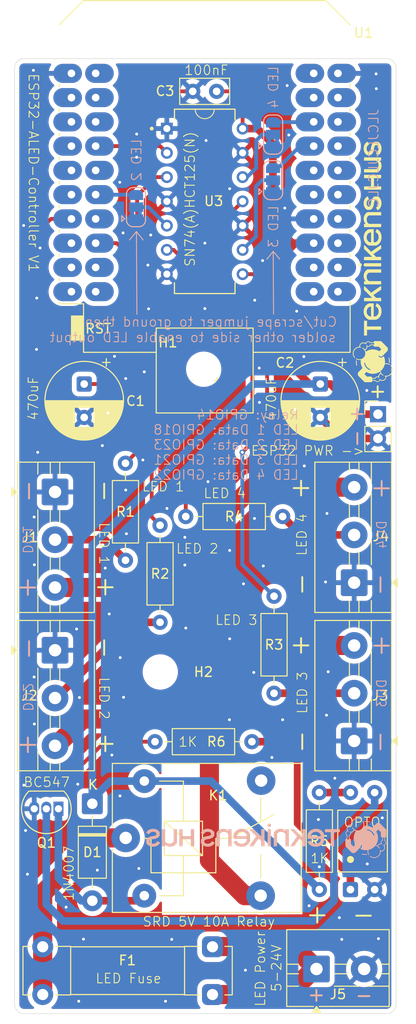
<source format=kicad_pcb>
(kicad_pcb (version 20241229) (generator "pcbnew") (generator_version "9.0")
  (title_block (title "ESP32-ALED-Controller") (date "2025-11-14") (rev "V1") (company "Teknikens Hus"))
  (layers (0 "F.Cu" signal) (2 "B.Cu" signal) (13 "F.Paste" user) (15 "B.Paste" user) (5 "F.SilkS" user "F.Silkscreen") (7 "B.SilkS" user "B.Silkscreen") (1 "F.Mask" user) (3 "B.Mask" user) (25 "Edge.Cuts" user))
  (net 0 "")
  (net 4 "GND")
  (net 5 "+3.3V")
  (net 10 "+5V")
  (net 13 "Net-(J5-Pin_1)")
  (net 35 "Net-(D1-A)")
  (net 36 "Net-(J1-Pin_2)")
  (net 37 "Net-(U3-1Y)")
  (net 38 "Net-(U3-2Y)")
  (net 39 "Net-(J2-Pin_2)")
  (net 40 "Net-(J3-Pin_2)")
  (net 41 "Net-(U3-3Y)")
  (net 42 "Net-(U3-4Y)")
  (net 43 "Net-(J4-Pin_2)")
  (net 44 "/DATA_3.3_1")
  (net 45 "/DATA_3.3_2")
  (net 46 "/DATA_3.3_4")
  (net 47 "/DATA_3.3_3")
  (net 48 "/LED_PWR_SW")
  (net 49 "Net-(JP1-C)")
  (net 50 "Net-(JP2-C)")
  (net 51 "Net-(JP3-C)")
  (net 52 "Net-(F1-Pad2)")
  (net 53 "Net-(Q1-B)")
  (net 54 "Net-(R5-Pad1)")
  (net 55 "Net-(R6-Pad1)")
  (net 56 "/Relay_Signal")
  (footprint "Resistor_THT:R_Axial_DIN0207_L6.3mm_D2.5mm_P10.16mm_Horizontal" (layer "F.Cu") (at 138.155 115.25 180)
    (property "Reference" "R6" (at 3.73 0 0) (layer "F.SilkS"))
    (property "Value" "1K")
    (pad "1" thru_hole circle (at 0 0 180) (size 1.6 1.6) (drill 0.8) (layers "*.Cu" "*.Mask") (net 55 "Net-(R6-Pad1)"))
    (pad "2" thru_hole circle (at 10.16 0 180) (size 1.6 1.6) (drill 0.8) (layers "*.Cu" "*.Mask") (net 56 "/Relay_Signal"))
  )
  (footprint "Diode_THT:D_DO-41_SOD81_P10.16mm_Horizontal" (layer "F.Cu") (at 121.425 121.745 -90)
    (property "Reference" "D1" (at 5.08 0 0) (layer "F.SilkS"))
    (property "Value" "1N4007")
    (fp_text user "K" (at -1.995 -0.05 0) (layer "F.SilkS"))
    (pad "1" thru_hole roundrect (at 0 0 270) (size 2.2 2.2) (drill 1.1) (layers "*.Cu" "*.Mask") (roundrect_rratio 0.113636) (net 10 "+5V"))
    (pad "2" thru_hole circle (at 10.16 0 270) (size 2.2 2.2) (drill 1.1) (layers "*.Cu" "*.Mask") (net 35 "Net-(D1-A)"))
  )
  (footprint "Capacitor_THT:CP_Radial_D8.0mm_P3.50mm" (layer "F.Cu") (at 145.325 77.8 -90)
    (property "Reference" "C2" (at -2.225 3.7 180) (layer "F.SilkS"))
    (property "Value" "470uF")
    (pad "1" thru_hole roundrect (at 0 0 270) (size 1.6 1.6) (drill 0.8) (layers "*.Cu" "*.Mask") (roundrect_rratio 0.15625) (net 10 "+5V"))
    (pad "2" thru_hole circle (at 3.5 0 270) (size 1.6 1.6) (drill 0.8) (layers "*.Cu" "*.Mask") (net 4 "GND"))
  )
  (footprint "TerminalBlock:TerminalBlock_MaiXu_MX126-5.0-03P_1x03_P5.00mm" (layer "F.Cu") (at 117.515 89.1 -90)
    (property "Reference" "J1" (at 4.75 2.64 180) (layer "F.SilkS"))
    (property "Value" "Conn_01x03_Pin")
    (pad "1" thru_hole roundrect (at 0 0 270) (size 2.8 2.8) (drill 1.3) (layers "*.Cu" "*.Mask") (roundrect_rratio 0.089286) (net 4 "GND"))
    (pad "2" thru_hole circle (at 5 0 270) (size 2.8 2.8) (drill 1.3) (layers "*.Cu" "*.Mask") (net 36 "Net-(J1-Pin_2)"))
    (pad "3" thru_hole circle (at 10 0 270) (size 2.8 2.8) (drill 1.3) (layers "*.Cu" "*.Mask") (net 48 "/LED_PWR_SW"))
  )
  (footprint "Connector_PinHeader_2.54mm:PinHeader_1x02_P2.54mm_Vertical" (layer "F.Cu") (at 151.375 80.96)
    (property "Reference" "J6" (hide yes))
    (property "Value" "ESP 5V")
    (pad "1" thru_hole rect (at 0 0) (size 1.7 1.7) (drill 1) (layers "*.Cu" "*.Mask") (net 10 "+5V"))
    (pad "2" thru_hole circle (at 0 2.54) (size 1.7 1.7) (drill 1) (layers "*.Cu" "*.Mask") (net 4 "GND"))
  )
  (footprint "Resistor_THT:R_Axial_DIN0207_L6.3mm_D2.5mm_P10.16mm_Horizontal" (layer "F.Cu") (at 140.475 100.02 -90)
    (property "Reference" "R3" (at 5.08 0 180) (layer "F.SilkS"))
    (property "Value" "33R-200R")
    (pad "1" thru_hole circle (at 0 0 270) (size 1.6 1.6) (drill 0.8) (layers "*.Cu" "*.Mask") (net 41 "Net-(U3-3Y)"))
    (pad "2" thru_hole circle (at 10.16 0 270) (size 1.6 1.6) (drill 0.8) (layers "*.Cu" "*.Mask") (net 40 "Net-(J3-Pin_2)"))
  )
  (footprint "Resistor_THT:R_Axial_DIN0207_L6.3mm_D2.5mm_P10.16mm_Horizontal" (layer "F.Cu") (at 145.225 120.575 -90)
    (property "Reference" "R5" (at 5.08 0 180) (layer "F.SilkS"))
    (property "Value" "1K")
    (pad "1" thru_hole circle (at 0 0 270) (size 1.6 1.6) (drill 0.8) (layers "*.Cu" "*.Mask") (net 54 "Net-(R5-Pad1)"))
    (pad "2" thru_hole circle (at 10.16 0 270) (size 1.6 1.6) (drill 0.8) (layers "*.Cu" "*.Mask") (net 10 "+5V"))
  )
  (footprint "Resistor_THT:R_Axial_DIN0207_L6.3mm_D2.5mm_P10.16mm_Horizontal" (layer "F.Cu") (at 131.22 91.675)
    (property "Reference" "R4" (at 5.08 0 0) (layer "F.SilkS"))
    (property "Value" "33R-200R")
    (pad "1" thru_hole circle (at 0 0) (size 1.6 1.6) (drill 0.8) (layers "*.Cu" "*.Mask") (net 42 "Net-(U3-4Y)"))
    (pad "2" thru_hole circle (at 10.16 0) (size 1.6 1.6) (drill 0.8) (layers "*.Cu" "*.Mask") (net 43 "Net-(J4-Pin_2)"))
  )
  (footprint "Package_TO_SOT_THT:TO-92_Inline" (layer "F.Cu") (at 117.875 122.275 180)
    (property "Reference" "Q1" (at 1.27 -3.56 0) (layer "F.SilkS"))
    (property "Value" "BC547")
    (pad "1" thru_hole rect (at 0 0 180) (size 1.05 1.5) (drill 0.75) (layers "*.Cu" "*.Mask") (net 35 "Net-(D1-A)"))
    (pad "2" thru_hole oval (at 1.27 0 180) (size 1.05 1.5) (drill 0.75) (layers "*.Cu" "*.Mask") (net 53 "Net-(Q1-B)"))
    (pad "3" thru_hole oval (at 2.54 0 180) (size 1.05 1.5) (drill 0.75) (layers "*.Cu" "*.Mask") (net 4 "GND"))
  )
  (footprint "Resistor_THT:R_Axial_DIN0207_L6.3mm_D2.5mm_P10.16mm_Horizontal" (layer "F.Cu") (at 128.525 92.59 -90)
    (property "Reference" "R2" (at 5.08 0 180) (layer "F.SilkS"))
    (property "Value" "33R-200R")
    (pad "1" thru_hole circle (at 0 0 270) (size 1.6 1.6) (drill 0.8) (layers "*.Cu" "*.Mask") (net 38 "Net-(U3-2Y)"))
    (pad "2" thru_hole circle (at 10.16 0 270) (size 1.6 1.6) (drill 0.8) (layers "*.Cu" "*.Mask") (net 39 "Net-(J2-Pin_2)"))
  )
  (footprint "SN74HCT125N:DIP794W45P254L1930H508Q14" (layer "F.Cu") (at 133.21 58.675)
    (property "Reference" "U3" (at 0.94 -0.025 0) (layer "F.SilkS"))
    (property "Value" "SN74AHCT125N")
    (pad "1" thru_hole rect (at -3.97 -7.62) (size 1.248 1.248) (drill 0.74) (layers "*.Cu" "*.Mask") (net 4 "GND"))
    (pad "2" thru_hole circle (at -3.97 -5.08) (size 1.248 1.248) (drill 0.74) (layers "*.Cu" "*.Mask") (net 44 "/DATA_3.3_1"))
    (pad "3" thru_hole circle (at -3.97 -2.54) (size 1.248 1.248) (drill 0.74) (layers "*.Cu" "*.Mask") (net 37 "Net-(U3-1Y)"))
    (pad "4" thru_hole circle (at -3.97 0) (size 1.248 1.248) (drill 0.74) (layers "*.Cu" "*.Mask") (net 4 "GND"))
    (pad "5" thru_hole circle (at -3.97 2.54) (size 1.248 1.248) (drill 0.74) (layers "*.Cu" "*.Mask") (net 49 "Net-(JP1-C)"))
    (pad "6" thru_hole circle (at -3.97 5.08) (size 1.248 1.248) (drill 0.74) (layers "*.Cu" "*.Mask") (net 38 "Net-(U3-2Y)"))
    (pad "7" thru_hole circle (at -3.97 7.62) (size 1.248 1.248) (drill 0.74) (layers "*.Cu" "*.Mask") (net 4 "GND"))
    (pad "8" thru_hole circle (at 3.97 7.62) (size 1.248 1.248) (drill 0.74) (layers "*.Cu" "*.Mask") (net 41 "Net-(U3-3Y)"))
    (pad "9" thru_hole circle (at 3.97 5.08) (size 1.248 1.248) (drill 0.74) (layers "*.Cu" "*.Mask") (net 50 "Net-(JP2-C)"))
    (pad "10" thru_hole circle (at 3.97 2.54) (size 1.248 1.248) (drill 0.74) (layers "*.Cu" "*.Mask") (net 4 "GND"))
    (pad "11" thru_hole circle (at 3.97 0) (size 1.248 1.248) (drill 0.74) (layers "*.Cu" "*.Mask") (net 42 "Net-(U3-4Y)"))
    (pad "12" thru_hole circle (at 3.97 -2.54) (size 1.248 1.248) (drill 0.74) (layers "*.Cu" "*.Mask") (net 51 "Net-(JP3-C)"))
    (pad "13" thru_hole circle (at 3.97 -5.08) (size 1.248 1.248) (drill 0.74) (layers "*.Cu" "*.Mask") (net 4 "GND"))
    (pad "14" thru_hole circle (at 3.97 -7.62) (size 1.248 1.248) (drill 0.74) (layers "*.Cu" "*.Mask") (net 10 "+5V"))
  )
  (footprint "MountingHole:MountingHole_3.2mm_M3" (layer "F.Cu") (at 128.55 107.95)
    (property "Reference" "H2" (at 4.525 0 0) (layer "F.SilkS"))
    (property "Value" "MountingHole")
    (pad "" np_thru_hole circle (at 0 0) (size 3.2 3.2) (drill 3.2) (layers "*.Cu" "*.Mask"))
  )
  (footprint "Resistor_THT:R_Axial_DIN0207_L6.3mm_D2.5mm_P10.16mm_Horizontal" (layer "F.Cu") (at 124.9 86.095 -90)
    (property "Reference" "R1" (at 5.08 0 180) (layer "F.SilkS"))
    (property "Value" "33R-200R")
    (pad "1" thru_hole circle (at 0 0 270) (size 1.6 1.6) (drill 0.8) (layers "*.Cu" "*.Mask") (net 37 "Net-(U3-1Y)"))
    (pad "2" thru_hole circle (at 10.16 0 270) (size 1.6 1.6) (drill 0.8) (layers "*.Cu" "*.Mask") (net 36 "Net-(J1-Pin_2)"))
  )
  (footprint "MountingHole:MountingHole_3.2mm_M3" (layer "F.Cu") (at 133.1 76.25)
    (property "Reference" "H1" (at -3.75 -2.8 0) (layer "F.SilkS"))
    (property "Value" "MountingHole")
    (pad "" np_thru_hole circle (at 0 0) (size 3.2 3.2) (drill 3.2) (layers "*.Cu" "*.Mask"))
  )
  (footprint "TerminalBlock:TerminalBlock_MaiXu_MX126-5.0-02P_1x02_P5.00mm" (layer "F.Cu") (at 144.925 139.05)
    (property "Reference" "J5" (at 2.25 2.65 0) (layer "F.SilkS"))
    (property "Value" "Conn_LED_PWR")
    (pad "1" thru_hole roundrect (at 0 0) (size 2.8 2.8) (drill 1.3) (layers "*.Cu" "*.Mask") (roundrect_rratio 0.089286) (net 13 "Net-(J5-Pin_1)"))
    (pad "2" thru_hole circle (at 5 0) (size 2.8 2.8) (drill 1.3) (layers "*.Cu" "*.Mask") (net 4 "GND"))
  )
  (footprint "Relay_THT:Relay_SPDT_SANYOU_SRD_Series_Form_C" (layer "F.Cu") (at 124.925 125.325)
    (property "Reference" "K1" (at 9.675 -4.45 0) (layer "F.SilkS"))
    (property "Value" "SANYOU_SRD_Form_C")
    (pad "1" thru_hole circle (at 0 0 90) (size 3 3) (drill 1.3) (layers "*.Cu" "*.Mask") (net 52 "Net-(F1-Pad2)"))
    (pad "2" thru_hole circle (at 1.95 6.05 90) (size 2.5 2.5) (drill 1) (layers "*.Cu" "*.Mask") (net 35 "Net-(D1-A)"))
    (pad "3" thru_hole circle (at 14.15 6.05 90) (size 3 3) (drill 1.3) (layers "*.Cu" "*.Mask") (net 48 "/LED_PWR_SW"))
    (pad "4" thru_hole circle (at 14.2 -6 90) (size 3 3) (drill 1.3) (layers "*.Cu" "*.Mask"))
    (pad "5" thru_hole circle (at 1.95 -5.95 90) (size 2.5 2.5) (drill 1) (layers "*.Cu" "*.Mask") (net 10 "+5V"))
  )
  (footprint "TerminalBlock:TerminalBlock_MaiXu_MX126-5.0-03P_1x03_P5.00mm" (layer "F.Cu") (at 117.515 105.675 -90)
    (property "Reference" "J2" (at 4.75 2.69 180) (layer "F.SilkS"))
    (property "Value" "Conn_01x03_Pin")
    (pad "1" thru_hole roundrect (at 0 0 270) (size 2.8 2.8) (drill 1.3) (layers "*.Cu" "*.Mask") (roundrect_rratio 0.089286) (net 4 "GND"))
    (pad "2" thru_hole circle (at 5 0 270) (size 2.8 2.8) (drill 1.3) (layers "*.Cu" "*.Mask") (net 39 "Net-(J2-Pin_2)"))
    (pad "3" thru_hole circle (at 10 0 270) (size 2.8 2.8) (drill 1.3) (layers "*.Cu" "*.Mask") (net 48 "/LED_PWR_SW"))
  )
  (footprint "TerminalBlock:TerminalBlock_MaiXu_MX126-5.0-03P_1x03_P5.00mm" (layer "F.Cu") (at 148.875 115.175 90)
    (property "Reference" "J3" (at 4.75 2.725 180) (layer "F.SilkS"))
    (property "Value" "Conn_01x03_Pin")
    (pad "1" thru_hole roundrect (at 0 0 90) (size 2.8 2.8) (drill 1.3) (layers "*.Cu" "*.Mask") (roundrect_rratio 0.089286) (net 4 "GND"))
    (pad "2" thru_hole circle (at 5 0 90) (size 2.8 2.8) (drill 1.3) (layers "*.Cu" "*.Mask") (net 40 "Net-(J3-Pin_2)"))
    (pad "3" thru_hole circle (at 10 0 90) (size 2.8 2.8) (drill 1.3) (layers "*.Cu" "*.Mask") (net 48 "/LED_PWR_SW"))
  )
  (footprint "TerminalBlock:TerminalBlock_MaiXu_MX126-5.0-03P_1x03_P5.00mm" (layer "F.Cu") (at 148.875 98.6 90)
    (property "Reference" "J4" (at 4.85 2.8 180) (layer "F.SilkS"))
    (property "Value" "Conn_01x03_Pin")
    (pad "1" thru_hole roundrect (at 0 0 90) (size 2.8 2.8) (drill 1.3) (layers "*.Cu" "*.Mask") (roundrect_rratio 0.089286) (net 4 "GND"))
    (pad "2" thru_hole circle (at 5 0 90) (size 2.8 2.8) (drill 1.3) (layers "*.Cu" "*.Mask") (net 43 "Net-(J4-Pin_2)"))
    (pad "3" thru_hole circle (at 10 0 90) (size 2.8 2.8) (drill 1.3) (layers "*.Cu" "*.Mask") (net 48 "/LED_PWR_SW"))
  )
  (footprint "Capacitor_THT:CP_Radial_D8.0mm_P3.50mm" (layer "F.Cu") (at 120.575 77.8 -90)
    (property "Reference" "C1" (at 1.775 -5.375 180) (layer "F.SilkS"))
    (property "Value" "470uF")
    (pad "1" thru_hole roundrect (at 0 0 270) (size 1.6 1.6) (drill 0.8) (layers "*.Cu" "*.Mask") (roundrect_rratio 0.15625) (net 5 "+3.3V"))
    (pad "2" thru_hole circle (at 3.5 0 270) (size 1.6 1.6) (drill 0.8) (layers "*.Cu" "*.Mask") (net 4 "GND"))
  )
  (footprint "esp32-wemos-d1-mini:esp32-wemos-d1-mini" (layer "F.Cu") (at 133.205 56.7)
    (property "Reference" "U1" (at 16.65 -15.67 0) (layer "F.SilkS"))
    (property "Value" "mini ESP32")
    (fp_text user "USB" (at 0 20.32 0) (layer "F.SilkS"))
    (fp_text user "RST" (at -11.155 15.3 0) (layer "F.SilkS"))
    (pad "1" thru_hole oval (at -13.97 -11.43 270) (size 2 3) (drill 0.8 (offset 0 0.4)) (layers "*.Cu" "*.Mask") (net 4 "GND"))
    (pad "2" thru_hole oval (at -11.43 -11.43 270) (size 2 3) (drill 0.8 (offset 0 -0.4)) (layers "*.Cu" "*.Mask"))
    (pad "3" thru_hole oval (at -13.97 -8.89 270) (size 2 3) (drill 0.8 (offset 0 0.4)) (layers "*.Cu" "*.Mask"))
    (pad "4" thru_hole oval (at -11.43 -8.89 270) (size 2 3) (drill 0.8 (offset 0 -0.4)) (layers "*.Cu" "*.Mask"))
    (pad "5" thru_hole oval (at -13.97 -6.35 270) (size 2 3) (drill 0.8 (offset 0 0.4)) (layers "*.Cu" "*.Mask"))
    (pad "6" thru_hole oval (at -11.43 -6.35 270) (size 2 3) (drill 0.8 (offset 0 -0.4)) (layers "*.Cu" "*.Mask"))
    (pad "7" thru_hole oval (at -13.97 -3.81 270) (size 2 3) (drill 0.8 (offset 0 0.4)) (layers "*.Cu" "*.Mask"))
    (pad "8" thru_hole oval (at -11.43 -3.81 270) (size 2 3) (drill 0.8 (offset 0 -0.4)) (layers "*.Cu" "*.Mask") (net 44 "/DATA_3.3_1"))
    (pad "9" thru_hole oval (at -13.97 -1.27 270) (size 2 3) (drill 0.8 (offset 0 0.4)) (layers "*.Cu" "*.Mask"))
    (pad "10" thru_hole oval (at -11.43 -1.27 270) (size 2 3) (drill 0.8 (offset 0 -0.4)) (layers "*.Cu" "*.Mask"))
    (pad "11" thru_hole oval (at -13.97 1.27 270) (size 2 3) (drill 0.8 (offset 0 0.4)) (layers "*.Cu" "*.Mask"))
    (pad "12" thru_hole oval (at -11.43 1.27 270) (size 2 3) (drill 0.8 (offset 0 -0.4)) (layers "*.Cu" "*.Mask") (net 45 "/DATA_3.3_2"))
    (pad "13" thru_hole oval (at -13.97 3.81 270) (size 2 3) (drill 0.8 (offset 0 0.4)) (layers "*.Cu" "*.Mask") (net 56 "/Relay_Signal"))
    (pad "14" thru_hole oval (at -11.43 3.81 270) (size 2 3) (drill 0.8 (offset 0 -0.4)) (layers "*.Cu" "*.Mask"))
    (pad "15" thru_hole oval (at -13.97 6.35 270) (size 2 3) (drill 0.8 (offset 0 0.4)) (layers "*.Cu" "*.Mask"))
    (pad "16" thru_hole oval (at -11.43 6.35 270) (size 2 3) (drill 0.8 (offset 0 -0.4)) (layers "*.Cu" "*.Mask") (net 5 "+3.3V"))
    (pad "17" thru_hole oval (at -13.97 8.89 270) (size 2 3) (drill 0.8 (offset 0 0.4)) (layers "*.Cu" "*.Mask"))
    (pad "18" thru_hole oval (at -11.43 8.89 270) (size 2 3) (drill 0.8 (offset 0 -0.4)) (layers "*.Cu" "*.Mask"))
    (pad "19" thru_hole oval (at -13.97 11.43 270) (size 2 3) (drill 0.8 (offset 0 0.4)) (layers "*.Cu" "*.Mask"))
    (pad "20" thru_hole oval (at -11.43 11.43 270) (size 2 3) (drill 0.8 (offset 0 -0.4)) (layers "*.Cu" "*.Mask"))
    (pad "21" thru_hole oval (at 11.43 -11.43 270) (size 2 3) (drill 0.8 (offset 0 0.4)) (layers "*.Cu" "*.Mask"))
    (pad "22" thru_hole oval (at 13.97 -11.43 270) (size 2 3) (drill 0.8 (offset 0 -0.4)) (layers "*.Cu" "*.Mask") (net 4 "GND"))
    (pad "23" thru_hole oval (at 11.43 -8.89 270) (size 2 3) (drill 0.8 (offset 0 0.4)) (layers "*.Cu" "*.Mask"))
    (pad "24" thru_hole oval (at 13.97 -8.89 270) (size 2 3) (drill 0.8 (offset 0 -0.4)) (layers "*.Cu" "*.Mask"))
    (pad "25" thru_hole oval (at 11.43 -6.35 270) (size 2 3) (drill 0.8 (offset 0 0.4)) (layers "*.Cu" "*.Mask") (net 46 "/DATA_3.3_4"))
    (pad "26" thru_hole oval (at 13.97 -6.35 270) (size 2 3) (drill 0.8 (offset 0 -0.4)) (layers "*.Cu" "*.Mask"))
    (pad "27" thru_hole oval (at 11.43 -3.81 270) (size 2 3) (drill 0.8 (offset 0 0.4)) (layers "*.Cu" "*.Mask") (net 47 "/DATA_3.3_3"))
    (pad "28" thru_hole oval (at 13.97 -3.81 270) (size 2 3) (drill 0.8 (offset 0 -0.4)) (layers "*.Cu" "*.Mask"))
    (pad "29" thru_hole oval (at 11.43 -1.27 270) (size 2 3) (drill 0.8 (offset 0 0.4)) (layers "*.Cu" "*.Mask"))
    (pad "30" thru_hole oval (at 13.97 -1.27 270) (size 2 3) (drill 0.8 (offset 0 -0.4)) (layers "*.Cu" "*.Mask"))
    (pad "31" thru_hole oval (at 11.43 1.27 270) (size 2 3) (drill 0.8 (offset 0 0.4)) (layers "*.Cu" "*.Mask"))
    (pad "32" thru_hole oval (at 13.97 1.27 270) (size 2 3) (drill 0.8 (offset 0 -0.4)) (layers "*.Cu" "*.Mask"))
    (pad "33" thru_hole oval (at 11.43 3.81 270) (size 2 3) (drill 0.8 (offset 0 0.4)) (layers "*.Cu" "*.Mask") (net 4 "GND"))
    (pad "34" thru_hole oval (at 13.97 3.81 270) (size 2 3) (drill 0.8 (offset 0 -0.4)) (layers "*.Cu" "*.Mask"))
    (pad "35" thru_hole oval (at 11.43 6.35 270) (size 2 3) (drill 0.8 (offset 0 0.4)) (layers "*.Cu" "*.Mask") (net 10 "+5V"))
    (pad "36" thru_hole oval (at 13.97 6.35 270) (size 2 3) (drill 0.8 (offset 0 -0.4)) (layers "*.Cu" "*.Mask"))
    (pad "37" thru_hole oval (at 11.43 8.89 270) (size 2 3) (drill 0.8 (offset 0 0.4)) (layers "*.Cu" "*.Mask"))
    (pad "38" thru_hole oval (at 13.97 8.89 270) (size 2 3) (drill 0.8 (offset 0 -0.4)) (layers "*.Cu" "*.Mask"))
    (pad "39" thru_hole oval (at 11.43 11.43 270) (size 2 3) (drill 0.8 (offset 0 0.4)) (layers "*.Cu" "*.Mask"))
    (pad "40" thru_hole oval (at 13.97 11.43 270) (size 2 3) (drill 0.8 (offset 0 -0.4)) (layers "*.Cu" "*.Mask"))
  )
  (footprint "Graphics:teknikenshus-text-logo" (layer "F.Cu") (at 150.8 65.025 90)
    (property "Reference" "G***" (hide yes))
    (property "Value" "LOGO" (hide yes))
  )
  (footprint "Capacitor_THT:C_Disc_D5.0mm_W2.5mm_P2.50mm" (layer "F.Cu") (at 131.955 47.155)
    (property "Reference" "C3" (at -2.905 -0.03 0) (layer "F.SilkS"))
    (property "Value" "100nF")
    (pad "1" thru_hole circle (at 0 0) (size 1.6 1.6) (drill 0.8) (layers "*.Cu" "*.Mask") (net 4 "GND"))
    (pad "2" thru_hole circle (at 2.5 0) (size 1.6 1.6) (drill 0.8) (layers "*.Cu" "*.Mask") (net 10 "+5V"))
  )
  (footprint "Fuse:Fuseholder_Clip-5x20mm_Bel_FC-203-22_Lateral_P17.80x5.00mm_D1.17mm_Horizontal" (layer "F.Cu") (at 134.025 141.725 180)
    (property "Reference" "F1" (at 8.925 3.575 0) (layer "F.SilkS"))
    (property "Value" "Fuse")
    (pad "1" thru_hole roundrect (at 0 0 180) (size 2.2 2.2) (drill 1.17) (layers "*.Cu" "*.Mask") (net 13 "Net-(J5-Pin_1)"))
    (pad "1" thru_hole roundrect (at 0 5 180) (size 2.2 2.2) (drill 1.17) (layers "*.Cu" "*.Mask") (net 13 "Net-(J5-Pin_1)"))
    (pad "2" thru_hole circle (at 17.8 0 180) (size 2.2 2.2) (drill 1.17) (layers "*.Cu" "*.Mask") (net 52 "Net-(F1-Pad2)"))
    (pad "2" thru_hole circle (at 17.8 5 180) (size 2.2 2.2) (drill 1.17) (layers "*.Cu" "*.Mask") (net 52 "Net-(F1-Pad2)"))
  )
  (footprint "Package_DIP:DIP-4_W10.16mm" (layer "F.Cu") (at 148.485 130.735 90)
    (property "Reference" "U2" (at 5.08 1.275 180) (layer "F.SilkS"))
    (property "Value" "Optocoupler_DC_PhotoNPN_AKEC")
    (pad "1" thru_hole roundrect (at 0 0 90) (size 1.6 1.6) (drill 0.8) (layers "*.Cu" "*.Mask") (roundrect_rratio 0.15625) (net 55 "Net-(R6-Pad1)"))
    (pad "2" thru_hole circle (at 0 2.54 90) (size 1.6 1.6) (drill 0.8) (layers "*.Cu" "*.Mask") (net 4 "GND"))
    (pad "3" thru_hole circle (at 10.16 2.54 90) (size 1.6 1.6) (drill 0.8) (layers "*.Cu" "*.Mask") (net 53 "Net-(Q1-B)"))
    (pad "4" thru_hole circle (at 10.16 0 90) (size 1.6 1.6) (drill 0.8) (layers "*.Cu" "*.Mask") (net 54 "Net-(R5-Pad1)"))
  )
  (footprint "Graphics:teknikenshus-text-logo" (layer "B.Cu") (at 139.675 125.3 180)
    (property "Reference" "G***" (hide yes))
    (property "Value" "LOGO" (hide yes))
  )
  (footprint "Jumper:SolderJumper-3_P1.3mm_Bridged2Bar12_RoundedPad1.0x1.5mm" (layer "B.Cu") (at 140.38 56.455 90)
    (property "Reference" "JP2" (hide yes))
    (property "Value" "Data 3 Enable")
    (fp_poly (pts (xy -0.9 -0.2) (xy -0.4 -0.2) (xy -0.4 -0.6) (xy -0.9 -0.6)) (fill yes) (layer "B.Cu"))
    (fp_poly (pts (xy -0.9 0.6) (xy -0.4 0.6) (xy -0.4 0.2) (xy -0.9 0.2)) (fill yes) (layer "B.Cu"))
    (pad "1" smd custom (at -1.3 0 90) (size 1 0.5) (layers "B.Cu" "B.Mask") (net 4 "GND") (options (clearance outline) (anchor rect)) (primitives (gr_circle (center 0 -0.25) (end 0.5 -0.25) (width 0) (fill yes)) (gr_circle (center 0 0.25) (end 0.5 0.25) (width 0) (fill yes)) (gr_poly (pts (xy 0.55 -0.75) (xy 0 -0.75) (xy 0 0.75) (xy 0.55 0.75)) (width 0) (fill yes))))
    (pad "2" smd rect (at 0 0 90) (size 1 1.5) (layers "B.Cu" "B.Mask") (net 50 "Net-(JP2-C)"))
    (pad "3" smd custom (at 1.3 0 90) (size 1 0.5) (layers "B.Cu" "B.Mask") (net 47 "/DATA_3.3_3") (options (clearance outline) (anchor rect)) (primitives (gr_circle (center 0 -0.25) (end 0.5 -0.25) (width 0) (fill yes)) (gr_circle (center 0 0.25) (end 0.5 0.25) (width 0) (fill yes)) (gr_poly (pts (xy 0 -0.75) (xy -0.55 -0.75) (xy -0.55 0.75) (xy 0 0.75)) (width 0) (fill yes))))
  )
  (footprint "Jumper:SolderJumper-3_P1.3mm_Bridged2Bar12_RoundedPad1.0x1.5mm" (layer "B.Cu") (at 126.005 59.28 90)
    (property "Reference" "JP1" (hide yes))
    (property "Value" "Data 2 Enable")
    (fp_poly (pts (xy -0.9 -0.2) (xy -0.4 -0.2) (xy -0.4 -0.6) (xy -0.9 -0.6)) (fill yes) (layer "B.Cu"))
    (fp_poly (pts (xy -0.9 0.6) (xy -0.4 0.6) (xy -0.4 0.2) (xy -0.9 0.2)) (fill yes) (layer "B.Cu"))
    (pad "1" smd custom (at -1.3 0 90) (size 1 0.5) (layers "B.Cu" "B.Mask") (net 4 "GND") (options (clearance outline) (anchor rect)) (primitives (gr_circle (center 0 -0.25) (end 0.5 -0.25) (width 0) (fill yes)) (gr_circle (center 0 0.25) (end 0.5 0.25) (width 0) (fill yes)) (gr_poly (pts (xy 0.55 -0.75) (xy 0 -0.75) (xy 0 0.75) (xy 0.55 0.75)) (width 0) (fill yes))))
    (pad "2" smd rect (at 0 0 90) (size 1 1.5) (layers "B.Cu" "B.Mask") (net 49 "Net-(JP1-C)"))
    (pad "3" smd custom (at 1.3 0 90) (size 1 0.5) (layers "B.Cu" "B.Mask") (net 45 "/DATA_3.3_2") (options (clearance outline) (anchor rect)) (primitives (gr_circle (center 0 -0.25) (end 0.5 -0.25) (width 0) (fill yes)) (gr_circle (center 0 0.25) (end 0.5 0.25) (width 0) (fill yes)) (gr_poly (pts (xy 0 -0.75) (xy -0.55 -0.75) (xy -0.55 0.75) (xy 0 0.75)) (width 0) (fill yes))))
  )
  (footprint "Jumper:SolderJumper-3_P1.3mm_Bridged2Bar12_RoundedPad1.0x1.5mm" (layer "B.Cu") (at 140.38 51.68 90)
    (property "Reference" "JP3" (hide yes))
    (property "Value" "Data 4 Enable")
    (fp_poly (pts (xy -0.9 -0.2) (xy -0.4 -0.2) (xy -0.4 -0.6) (xy -0.9 -0.6)) (fill yes) (layer "B.Cu"))
    (fp_poly (pts (xy -0.9 0.6) (xy -0.4 0.6) (xy -0.4 0.2) (xy -0.9 0.2)) (fill yes) (layer "B.Cu"))
    (pad "1" smd custom (at -1.3 0 90) (size 1 0.5) (layers "B.Cu" "B.Mask") (net 4 "GND") (options (clearance outline) (anchor rect)) (primitives (gr_circle (center 0 -0.25) (end 0.5 -0.25) (width 0) (fill yes)) (gr_circle (center 0 0.25) (end 0.5 0.25) (width 0) (fill yes)) (gr_poly (pts (xy 0.55 -0.75) (xy 0 -0.75) (xy 0 0.75) (xy 0.55 0.75)) (width 0) (fill yes))))
    (pad "2" smd rect (at 0 0 90) (size 1 1.5) (layers "B.Cu" "B.Mask") (net 51 "Net-(JP3-C)"))
    (pad "3" smd custom (at 1.3 0 90) (size 1 0.5) (layers "B.Cu" "B.Mask") (net 46 "/DATA_3.3_4") (options (clearance outline) (anchor rect)) (primitives (gr_circle (center 0 -0.25) (end 0.5 -0.25) (width 0) (fill yes)) (gr_circle (center 0 0.25) (end 0.5 0.25) (width 0) (fill yes)) (gr_poly (pts (xy 0 -0.75) (xy -0.55 -0.75) (xy -0.55 0.75) (xy 0 0.75)) (width 0) (fill yes))))
  )
  (gr_line (start 126.05 61.8375) (end 126.75 62.7125) (stroke (width 0.1)) (layer "B.SilkS"))
  (gr_line (start 140.3875 63.9125) (end 139.7125 64.7375) (stroke (width 0.1)) (layer "B.SilkS"))
  (gr_line (start 140.425 70.475) (end 140.3875 63.9125) (stroke (width 0.1)) (layer "B.SilkS"))
  (gr_line (start 126.05 61.8375) (end 125.325 62.7125) (stroke (width 0.1)) (layer "B.SilkS"))
  (gr_line (start 140.3875 63.9125) (end 141.0625 64.7125) (stroke (width 0.1)) (layer "B.SilkS"))
  (gr_line (start 126.1 70.5) (end 126.05 61.8375) (stroke (width 0.1)) (layer "B.SilkS"))
  (gr_arc (start 153.27 142.73) (mid 152.977107 143.437107) (end 152.27 143.73) (stroke (width 0.05)) (layer "Edge.Cuts"))
  (gr_arc (start 113.27 44.73) (mid 113.562893 44.022893) (end 114.27 43.73) (stroke (width 0.05)) (layer "Edge.Cuts"))
  (gr_line (start 152.27 143.73) (end 114.27 143.73) (stroke (width 0.05)) (layer "Edge.Cuts"))
  (gr_arc (start 152.27 43.73) (mid 152.977107 44.022893) (end 153.27 44.73) (stroke (width 0.05)) (layer "Edge.Cuts"))
  (gr_line (start 153.27 44.73) (end 153.27 142.73) (stroke (width 0.05)) (layer "Edge.Cuts"))
  (gr_arc (start 114.27 143.73) (mid 113.562893 143.437107) (end 113.27 142.73) (stroke (width 0.05)) (layer "Edge.Cuts"))
  (gr_line (start 113.27 142.73) (end 113.27 44.73) (stroke (width 0.05)) (layer "Edge.Cuts"))
  (gr_line (start 114.27 43.73) (end 152.27 43.73) (stroke (width 0.05)) (layer "Edge.Cuts"))
  (gr_text "-" (at 151.225 132.45 180) (layer "F.SilkS") (effects (font (size 2 2) (thickness 0.2)) (justify left bottom)))
  (gr_text "+" (at 123.808 116.85 90) (layer "F.SilkS") (effects (font (size 2 2) (thickness 0.2)) (justify left bottom)))
  (gr_text "SRD 5V 10A Relay" (at 126.65 134.675 0) (layer "F.SilkS") (effects (font (size 1 1) (thickness 0.1)) (justify left bottom)))
  (gr_text "ESP32-ALED-Controller V1" (at 114.675 45.225 270) (layer "F.SilkS") (effects (font (size 1 1) (thickness 0.1)) (justify left bottom)))
  (gr_text "LED 3" (at 144.025 112.4 90) (layer "F.SilkS") (effects (font (size 1 1) (thickness 0.1)) (justify left bottom)))
  (gr_text "LED 4" (at 143.975 95.85 90) (layer "F.SilkS") (effects (font (size 1 1) (thickness 0.1)) (justify left bottom)))
  (gr_text "LED 2" (at 130.15 95.625 0) (layer "F.SilkS") (effects (font (size 1 1) (thickness 0.1)) (justify left bottom)))
  (gr_text "470uF\n" (at 140.775 81.75 90) (layer "F.SilkS") (effects (font (size 1 1) (thickness 0.1)) (justify left bottom)))
  (gr_text "+" (at 146.025 134.8 90) (layer "F.SilkS") (effects (font (size 2 2) (thickness 0.2)) (justify left bottom)))
  (gr_text "OPTO" (at 147.725 124.275 0) (layer "F.SilkS") (effects (font (size 1 1) (thickness 0.1)) (justify left bottom)))
  (gr_text "BC547" (at 114.15 120.075 0) (layer "F.SilkS") (effects (font (size 1 1) (thickness 0.1)) (justify left bottom)))
  (gr_text "-" (at 144.45 100.15 90) (layer "F.SilkS") (effects (font (size 2 2) (thickness 0.2)) (justify left bottom)))
  (gr_text "-" (at 121.65 87.625 270) (layer "F.SilkS") (effects (font (size 2 2) (thickness 0.2)) (justify left bottom)))
  (gr_text "LED 4" (at 133.025 89.825 0) (layer "F.SilkS") (effects (font (size 1 1) (thickness 0.1)) (justify left bottom)))
  (gr_text "+" (at 123.808 100.45 90) (layer "F.SilkS") (effects (font (size 2 2) (thickness 0.2)) (justify left bottom)))
  (gr_text "LED 1" (at 122.075 92.225 270) (layer "F.SilkS") (effects (font (size 1 1) (thickness 0.1)) (justify left bottom)))
  (gr_text "ESP32 PWR ->" (at 138 85.375 0) (layer "F.SilkS") (effects (font (size 1 1) (thickness 0.1)) (justify left bottom)))
  (gr_text "+" (at 150.575 77.55 270) (layer "F.SilkS") (effects (font (size 1.5 1.5) (thickness 0.2)) (justify left bottom)))
  (gr_text "LED Power" (at 139.625 143.05 90) (layer "F.SilkS") (effects (font (size 1 1) (thickness 0.1)) (justify left bottom)))
  (gr_text "5-24V" (at 141.325 141.5 90) (layer "F.SilkS") (effects (font (size 1 1) (thickness 0.1)) (justify left bottom)))
  (gr_text "LED Fuse" (at 121.7 140.625 0) (layer "F.SilkS") (effects (font (size 1 1) (thickness 0.1)) (justify left bottom)))
  (gr_text "-" (at 121.65 104.025 270) (layer "F.SilkS") (effects (font (size 2 2) (thickness 0.2)) (justify left bottom)))
  (gr_text "LED 3" (at 134.25 103.1 0) (layer "F.SilkS") (effects (font (size 1 1) (thickness 0.1)) (justify left bottom)))
  (gr_text "LED 1" (at 126.575 89.125 0) (layer "F.SilkS") (effects (font (size 1 1) (thickness 0.1)) (justify left bottom)))
  (gr_text "+" (at 142.292 87.325 270) (layer "F.SilkS") (effects (font (size 2 2) (thickness 0.2)) (justify left bottom)))
  (gr_text "1K" (at 130.4 115.85 0) (layer "F.SilkS") (effects (font (size 1 1) (thickness 0.1)) (justify left bottom)))
  (gr_text "LED 2" (at 122.075 108.425 270) (layer "F.SilkS") (effects (font (size 1 1) (thickness 0.1)) (justify left bottom)))
  (gr_text "470uF\n" (at 115.825 81.675 90) (layer "F.SilkS") (effects (font (size 1 1) (thickness 0.1)) (justify left bottom)))
  (gr_text "SN74(A)HCT125(N)" (at 132.25 65.575 90) (layer "F.SilkS") (effects (font (size 1 1) (thickness 0.1)) (justify left bottom)))
  (gr_text "1K" (at 144.225 128.05 0) (layer "F.SilkS") (effects (font (size 1 1) (thickness 0.1)) (justify left bottom)))
  (gr_text "-" (at 144.45 116.625 90) (layer "F.SilkS") (effects (font (size 2 2) (thickness 0.2)) (justify left bottom)))
  (gr_text "100nF" (at 131 45.525 0) (layer "F.SilkS") (effects (font (size 1 1) (thickness 0.1)) (justify left bottom)))
  (gr_text "1N4007\n" (at 119.55 132 90) (layer "F.SilkS") (effects (font (size 1 1) (thickness 0.1)) (justify left bottom)))
  (gr_text "+" (at 142.292 103.8 270) (layer "F.SilkS") (effects (font (size 2 2) (thickness 0.2)) (justify left bottom)))
  (gr_text "solder other side to enable LED output" (at 147.025 73.5 0) (layer "B.SilkS") (effects (font (size 1 1) (thickness 0.1)) (justify left bottom mirror)))
  (gr_text "LED 2 Data: GPIO23" (at 143.125 84.75 0) (layer "B.SilkS") (effects (font (size 1 1) (thickness 0.1)) (justify left bottom mirror)))
  (gr_text "+" (at 144.15 142.875 -90) (layer "B.SilkS") (effects (font (size 1.5 1.5) (thickness 0.2)) (justify left bottom mirror)))
  (gr_text "Cut/scrape jumper to ground then" (at 147.15 71.875 0) (layer "B.SilkS") (effects (font (size 1 1) (thickness 0.1)) (justify left bottom mirror)))
  (gr_text "DO1" (at 114.05 95.65 270) (layer "B.SilkS") (effects (font (size 1 1) (thickness 0.1)) (justify left bottom mirror)))
  (gr_text "DO3" (at 152.35 108.6 90) (layer "B.SilkS") (effects (font (size 1 1) (thickness 0.1)) (justify left bottom mirror)))
  (gr_text "-" (at 148.85 141.125 180) (layer "B.SilkS") (effects (font (size 1.5 1.5) (thickness 0.2)) (justify left bottom mirror)))
  (gr_text "-" (at 149.975 82.45 90) (layer "B.SilkS") (effects (font (size 1.5 1.5) (thickness 0.2)) (justify left bottom mirror)))
  (gr_text "+" (at 113.65 100.475 270) (layer "B.SilkS") (effects (font (size 2 2) (thickness 0.2)) (justify left bottom mirror)))
  (gr_text "+" (at 148.425 82 -90) (layer "B.SilkS") (effects (font (size 1.5 1.5) (thickness 0.2)) (justify left bottom mirror)))
  (gr_text "-" (at 150.617 100.175 270) (layer "B.SilkS") (effects (font (size 2 2) (thickness 0.2)) (justify left bottom mirror)))
  (gr_text "LED 4" (at 141 44.45 90) (layer "B.SilkS") (effects (font (size 1 1) (thickness 0.1)) (justify left bottom mirror)))
  (gr_text "+" (at 152.775 103.825 90) (layer "B.SilkS") (effects (font (size 2 2) (thickness 0.2)) (justify left bottom mirror)))
  (gr_text "-" (at 150.617 116.65 270) (layer "B.SilkS") (effects (font (size 2 2) (thickness 0.2)) (justify left bottom mirror)))
  (gr_text "JLCJLCJLCJLC" (at 151.5 48.925 90) (layer "B.SilkS") (effects (font (size 1 1) (thickness 0.1)) (justify left bottom mirror)))
  (gr_text "LED 4 Data: GPIO22" (at 143.125 87.9 0) (layer "B.SilkS") (effects (font (size 1 1) (thickness 0.1)) (justify left bottom mirror)))
  (gr_text "LED 3" (at 141 59.05 90) (layer "B.SilkS") (effects (font (size 1 1) (thickness 0.1)) (justify left bottom mirror)))
  (gr_text "+" (at 113.65 116.95 270) (layer "B.SilkS") (effects (font (size 2 2) (thickness 0.2)) (justify left bottom mirror)))
  (gr_text "DO2" (at 114.075 112.15 270) (layer "B.SilkS") (effects (font (size 1 1) (thickness 0.1)) (justify left bottom mirror)))
  (gr_text "LED 3 Data: GPIO21" (at 143.125 86.325 0) (layer "B.SilkS") (effects (font (size 1 1) (thickness 0.1)) (justify left bottom mirror)))
  (gr_text "LED 1 Data: GPIO18" (at 143.125 83.175 0) (layer "B.SilkS") (effects (font (size 1 1) (thickness 0.1)) (justify left bottom mirror)))
  (gr_text "+" (at 152.775 87.35 90) (layer "B.SilkS") (effects (font (size 2 2) (thickness 0.2)) (justify left bottom mirror)))
  (gr_text "-" (at 115.808 104.125 90) (layer "B.SilkS") (effects (font (size 2 2) (thickness 0.2)) (justify left bottom mirror)))
  (gr_text "Relay: GPIO14" (at 143.125 81.6 0) (layer "B.SilkS") (effects (font (size 1 1) (thickness 0.1)) (justify left bottom mirror)))
  (gr_text "DO4" (at 152.35 92 90) (layer "B.SilkS") (effects (font (size 1 1) (thickness 0.1)) (justify left bottom mirror)))
  (gr_text "-" (at 115.808 87.65 90) (layer "B.SilkS") (effects (font (size 2 2) (thickness 0.2)) (justify left bottom mirror)))
  (gr_text "LED 2" (at 126.65 52.075 90) (layer "B.SilkS") (effects (font (size 1 1) (thickness 0.1)) (justify left bottom mirror)))
  (segment (start 147.525 83.5) (end 145.325 81.3) (width 0.8) (layer "F.Cu") (net 4))
  (segment (start 129.23 51.045) (end 129.24 51.055) (width 0.4) (layer "F.Cu") (net 4))
  (segment (start 129.23 48.205) (end 129.23 51.045) (width 0.4) (layer "F.Cu") (net 4))
  (segment (start 151.375 83.5) (end 147.525 83.5) (width 0.8) (layer "F.Cu") (net 4))
  (segment (start 130.28 47.155) (end 129.23 48.205) (width 0.4) (layer "F.Cu") (net 4))
  (segment (start 131.955 47.155) (end 130.28 47.155) (width 0.4) (layer "F.Cu") (net 4))
  (via (at 141.375 112.95) (size 0.6) (drill 0.3) (layers "F.Cu" "B.Cu") (net 4))
  (via (at 126.075 51.625) (size 0.6) (drill 0.3) (layers "F.Cu" "B.Cu") (net 4))
  (via (at 123.2 101.875) (size 0.6) (drill 0.3) (layers "F.Cu" "B.Cu") (net 4))
  (via (at 127.55 62.2) (size 0.6) (drill 0.3) (layers "F.Cu" "B.Cu") (net 4))
  (via (at 143.6 74.925) (size 0.6) (drill 0.3) (layers "F.Cu" "B.Cu") (net 4))
  (via (at 150.2 78.475) (size 0.6) (drill 0.3) (layers "F.Cu" "B.Cu") (net 4))
  (via (at 145.975 112.475) (size 0.6) (drill 0.3) (layers "F.Cu" "B.Cu") (net 4))
  (via (at 143.65 86.375) (size 0.6) (drill 0.3) (layers "F.Cu" "B.Cu") (net 4))
  (via (at 133.55 88.025) (size 0.6) (drill 0.3) (layers "F.Cu" "B.Cu") (net 4))
  (via (at 124.65 61.975) (size 0.6) (drill 0.3) (layers "F.Cu" "B.Cu") (net 4))
  (via (at 124.925 77.225) (size 0.6) (drill 0.3) (layers "F.Cu" "B.Cu") (net 4))
  (via (at 138.95 79.725) (size 0.6) (drill 0.3) (layers "F.Cu" "B.Cu") (net 4))
  (via (at 129.75 135.95) (size 0.6) (drill 0.3) (layers "F.Cu" "B.Cu") (net 4))
  (via (at 140.25 116.9) (size 0.6) (drill 0.3) (layers "F.Cu" "B.Cu") (net 4))
  (via (at 139.35 96.85) (size 0.6) (drill 0.3) (layers "F.Cu" "B.Cu") (net 4))
  (via (at 114.25 119.8) (size 0.6) (drill 0.3) (layers "F.Cu" "B.Cu") (net 4))
  (via (at 146.025 91.35) (size 0.6) (drill 0.3) (layers "F.Cu" "B.Cu") (net 4))
  (via (at 150.25 128.05) (size 0.6) (drill 0.3) (layers "F.Cu" "B.Cu") (net 4))
  (via (at 124.325 120.925) (size 0.6) (drill 0.3) (layers "F.Cu" "B.Cu") (net 4))
  (via (at 127.325 69.925) (size 0.6) (drill 0.3) (layers "F.Cu" "B.Cu") (net 4))
  (via (at 115.325 91.725) (size 0.6) (drill 0.3) (layers "F.Cu" "B.Cu") (net 4))
  (via (at 114.625 129.125) (size 0.6) (drill 0.3) (layers "F.Cu" "B.Cu") (net 4))
  (via (at 135.825 57.35) (size 0.6) (drill 0.3) (layers "F.Cu" "B.Cu") (net 4))
  (via (at 129.1 142.425) (size 0.6) (drill 0.3) (layers "F.Cu" "B.Cu") (net 4))
  (via (at 133.35 52.3) (size 0.6) (drill 0.3) (layers "F.Cu" "B.Cu") (net 4))
  (via (at 115.35 113.4) (size 0.6) (drill 0.3) (layers "F.Cu" "B.Cu") (net 4))
  (via (at 115.575 74.175) (size 0.6) (drill 0.3) (layers "F.Cu" "B.Cu") (net 4))
  (via (at 123.75 74.9) (size 0.6) (drill 0.3) (layers "F.Cu" "B.Cu") (net 4))
  (via (at 151.825 123.225) (size 0.6) (drill 0.3) (layers "F.Cu" "B.Cu") (net 4))
  (via (at 124.35 106.45) (size 0.6) (drill 0.3) (layers "F.Cu" "B.Cu") (net 4))
  (via (at 146.15 107.925) (size 0.6) (drill 0.3) (layers "F.Cu" "B.Cu") (net 4))
  (via (at 137.475 139.175) (size 0.6) (drill 0.3) (layers "F.Cu" "B.Cu") (net 4))
  (via (at 126.3 128.525) (size 0.6) (drill 0.3) (layers "F.Cu" "B.Cu") (net 4))
  (via (at 126.075 54.05) (size 0.6) (drill 0.3) (layers "F.Cu" "B.Cu") (net 4))
  (via (at 142.85 70.175) (size 0.6) (drill 0.3) (layers "F.Cu" "B.Cu") (net 4))
  (via (at 124.925 88.9) (size 0.6) (drill 0.3) (layers "F.Cu" "B.Cu") (net 4))
  (via (at 147.325 133.675) (size 0.6) (drill 0.3) (layers "F.Cu" "B.Cu") (net 4))
  (via (at 138.35 108) (size 0.6) (drill 0.3) (layers "F.Cu" "B.Cu") (net 4))
  (via (at 141.85 46.55) (size 0.6) (drill 0.3) (layers "F.Cu" "B.Cu") (net 4))
  (via (at 131.225 103.35) (size 0.6) (drill 0.3) (layers "F.Cu" "B.Cu") (net 4))
  (via (at 125 93.475) (size 0.6) (drill 0.3) (layers "F.Cu" "B.Cu") (net 4))
  (via (at 120 142.425) (size 0.6) (drill 0.3) (layers "F.Cu" "B.Cu") (net 4))
  (via (at 126.725 85.75) (size 0.6) (drill 0.3) (layers "F.Cu" "B.Cu") (net 4))
  (via (at 124.3 56.675) (size 0.6) (drill 0.3) (layers "F.Cu" "B.Cu") (net 4))
  (via (at 123.475 116.65) (size 0.6) (drill 0.3) (layers "F.Cu" "B.Cu") (net 4))
  (via (at 138.45 69.025) (size 0.6) (drill 0.3) (layers "F.Cu" "B.Cu") (net 4))
  (via (at 131.125 93.85) (size 0.6) (drill 0.3) (layers "F.Cu" "B.Cu") (net 4))
  (via (at 115.325 108.475) (size 0.6) (drill 0.3) (layers "F.Cu" "B.Cu") (net 4))
  (via (at 142.675 80.475) (size 0.6) (drill 0.3) (layers "F.Cu" "B.Cu") (net 4))
  (via (at 147.575 135.95) (size 0.6) (drill 0.3) (layers "F.Cu" "B.Cu") (net 4))
  (via (at 119.775 103.45) (size 0.6) (drill 0.3) (layers "F.Cu" "B.Cu") (net 4))
  (via (at 138.425 91.875) (size 0.6) (drill 0.3) (layers "F.Cu" "B.Cu") (net 4))
  (via (at 133.225 63.05) (size 0.6) (drill 0.3) (layers "F.Cu" "B.Cu") (net 4))
  (via (at 123.075 80.825) (size 0.6) (drill 0.3) (layers "F.Cu" "B.Cu") (net 4))
  (via (at 145.225 128.35) (size 0.6) (drill 0.3) (layers "F.Cu" "B.Cu") (net 4))
  (via (at 115.35 96.725) (size 0.6) (drill 0.3) (layers "F.Cu" "B.Cu") (net 4))
  (via (at 120.075 110.625) (size 0.6) (drill 0.3) (layers "F.Cu" "B.Cu") (net 4))
  (via (at 122.475 84.25) (size 0.6) (drill 0.3) (layers "F.Cu" "B.Cu") (net 4))
  (via (at 142.025 51.725) (size 0.6) (drill 0.3) (layers "F.Cu" "B.Cu") (net 4))
  (via (at 151.425 135.875) (size 0.6) (drill 0.3) (layers "F.Cu" "B.Cu") (net 4))
  (via (at 114.225 61.2) (size 0.6) (drill 0.3) (layers "F.Cu" "B.Cu") (net 4))
  (via (at 120.5 135.925) (size 0.6) (drill 0.3) (layers "F.Cu" "B.Cu") (net 4))
  (via (at 129.25 90.825) (size 0.6) (drill 0.3) (layers "F.Cu" "B.Cu") (net 4))
  (via (at 145.125 123.4) (size 0.6) (drill 0.3) (layers "F.Cu" "B.Cu") (net 4))
  (via (at 151.175 45.325) (size 0.6) (drill 0.3) (layers "F.Cu" "B.Cu") (net 4))
  (via (at 135.825 95.225) (size 0.6) (drill 0.3) (layers "F.Cu" "B.Cu") (net 4))
  (via (at 137.275 98.725) (size 0.6) (drill 0.3) (layers "F.Cu" "B.Cu") (net 4))
  (via (at 119.9 119.7) (size 0.6) (drill 0.3) (layers "F.Cu" "B.Cu") (net 4))
  (via (at 114.425 124.55) (size 0.6) (drill 0.3) (layers "F.Cu" "B.Cu") (net 4))
  (via (at 139.275 64.875) (size 0.6) (drill 0.3) (layers "F.Cu" "B.Cu") (net 4))
  (via (at 115.95 63.55) (size 0.6) (drill 0.3) (layers "F.Cu" "B.Cu") (net 4))
  (via (at 133.225 69.9) (size 0.6) (drill 0.3) (layers "F.Cu" "B.Cu") (net 4))
  (via (at 135.825 104.475) (size 0.6) (drill 0.3) (layers "F.Cu" "B.Cu") (net 4))
  (via (at 115.25 44.95) (size 0.6) (drill 0.3) (layers "F.Cu" "B.Cu") (net 4))
  (via (at 127.25 65.35) (size 0.6) (drill 0.3) (layers "F.Cu" "B.Cu") (net 4))
  (via (at 131.125 96.75) (size 0.6) (drill 0.3) (layers "F.Cu" "B.Cu") (net 4))
  (via (at 144.15 132.425) (size 0.6) (drill 0.3) (layers "F.Cu" "B.Cu") (net 4))
  (via (at 118.675 132.575) (size 0.6) (drill 0.3) (layers "F.Cu" "B.Cu") (net 4))
  (via (at 138.925 76.125) (size 0.6) (drill 0.3) (layers "F.Cu" "B.Cu") (net 4))
  (via (at 122.775 97.075) (size 0.6) (drill 0.3) (layers "F.Cu" "B.Cu") (net 4))
  (via (at 151.2 46.875) (size 0.6) (drill 0.3) (layers "F.Cu" "B.Cu") (net 4))
  (via (at 135.8 112.95) (size 0.6) (drill 0.3) (layers "F.Cu" "B.Cu") (net 4))
  (via (at 115.7 84.95) (size 0.6) (drill 0.3) (layers "F.Cu" "B.Cu") (net 4))
  (via (at 146.85 119.075) (size 0.6) (drill 0.3) (layers "F.Cu" "B.Cu") (net 4))
  (via (at 145.875 98.525) (size 0.6) (drill 0.3) (layers "F.Cu" "B.Cu") (net 4))
  (via (at 126.875 76.525) (size 0.6) (drill 0.3) (layers "F.Cu" "B.Cu") (net 4))
  (via (at 141.6 59.375) (size 0.6) (drill 0.3) (layers "F.Cu" "B.Cu") (net 4))
  (via (at 115.6 68.8) (size 0.6) (drill 0.3) (layers "F.Cu" "B.Cu") (net 4))
  (via (at 121.95 128.7) (size 0.6) (drill 0.3) (layers "F.Cu" "B.Cu") (net 4))
  (via (at 124.7 110.6) (size 0.6) (drill 0.3) (layers "F.Cu" "B.Cu") (net 4))
  (segment (start 123.975 63.05) (end 121.775 63.05) (width 0.4) (layer "F.Cu") (net 5))
  (segment (start 124.925 64) (end 123.975 63.05) (width 0.4) (layer "F.Cu") (net 5))
  (segment (start 120.575 77.8) (end 122.625 77.8) (width 0.4) (layer "F.Cu") (net 5))
  (segment (start 124.925 75.5) (end 124.925 64) (width 0.4) (layer "F.Cu") (net 5))
  (segment (start 122.625 77.8) (end 124.925 75.5) (width 0.4) (layer "F.Cu") (net 5))
  (segment (start 140.355 61.005) (end 140.355 52.68) (width 0.8) (layer "F.Cu") (net 10))
  (segment (start 151.375 80.96) (end 149.56 80.96) (width 0.8) (layer "F.Cu") (net 10))
  (segment (start 141.325 64.425) (end 142.7 63.05) (width 0.8) (layer "F.Cu") (net 10))
  (segment (start 137.18 51.055) (end 137.18 48.455) (width 0.4) (layer "F.Cu") (net 10))
  (segment (start 138.73 51.055) (end 137.18 51.055) (width 0.8) (layer "F.Cu") (net 10))
  (segment (start 140.355 52.68) (end 138.73 51.055) (width 0.8) (layer "F.Cu") (net 10))
  (segment (start 144.635 63.05) (end 142.4 63.05) (width 0.4) (layer "F.Cu") (net 10))
  (segment (start 145.325 77.8) (end 144.2 77.8) (width 0.8) (layer "F.Cu") (net 10))
  (segment (start 141.325 74.925) (end 141.325 64.425) (width 0.8) (layer "F.Cu") (net 10))
  (segment (start 135.88 47.155) (end 134.455 47.155) (width 0.4) (layer "F.Cu") (net 10))
  (segment (start 137.18 48.455) (end 135.88 47.155) (width 0.4) (layer "F.Cu") (net 10))
  (segment (start 142.7 63.05) (end 144.635 63.05) (width 0.4) (layer "F.Cu") (net 10))
  (segment (start 144.2 77.8) (end 141.325 74.925) (width 0.8) (layer "F.Cu") (net 10))
  (segment (start 146.4 77.8) (end 145.325 77.8) (width 0.8) (layer "F.Cu") (net 10))
  (segment (start 149.56 80.96) (end 146.4 77.8) (width 0.8) (layer "F.Cu") (net 10))
  (segment (start 142.4 63.05) (end 140.355 61.005) (width 0.8) (layer "F.Cu") (net 10))
  (segment (start 138.3 77.8) (end 145.325 77.8) (width 0.8) (layer "B.Cu") (net 10))
  (segment (start 121.425 121.745) (end 121.425 94.675) (width 0.8) (layer "B.Cu") (net 10))
  (segment (start 121.425 121.275) (end 123.325 119.375) (width 0.8) (layer "B.Cu") (net 10))
  (segment (start 123.325 119.375) (end 126.875 119.375) (width 0.8) (layer "B.Cu") (net 10))
  (segment (start 121.425 94.675) (end 138.3 77.8) (width 0.8) (layer "B.Cu") (net 10))
  (segment (start 133.865 119.375) (end 126.875 119.375) (width 0.8) (layer "B.Cu") (net 10))
  (segment (start 121.425 121.745) (end 121.425 121.275) (width 0.8) (layer "B.Cu") (net 10))
  (segment (start 145.225 130.735) (end 133.865 119.375) (width 0.8) (layer "B.Cu") (net 10))
  (segment (start 142.575 136.7) (end 134.05 136.7) (width 2) (layer "F.Cu") (net 13))
  (segment (start 134.05 136.7) (end 134.025 136.725) (width 0.8) (layer "F.Cu") (net 13))
  (segment (start 144.65 139.05) (end 141.975 141.725) (width 2) (layer "F.Cu") (net 13))
  (segment (start 144.925 139.05) (end 144.65 139.05) (width 0.8) (layer "F.Cu") (net 13))
  (segment (start 141.975 141.725) (end 134.025 141.725) (width 2) (layer "F.Cu") (net 13))
  (segment (start 144.925 139.05) (end 142.575 136.7) (width 2) (layer "F.Cu") (net 13))
  (segment (start 121.425 131.905) (end 126.345 131.905) (width 0.8) (layer "F.Cu") (net 35))
  (segment (start 126.345 131.905) (end 126.875 131.375) (width 0.8) (layer "F.Cu") (net 35))
  (segment (start 117.875 129.525) (end 117.875 122.275) (width 0.8) (layer "B.Cu") (net 35))
  (segment (start 120.255 131.905) (end 117.875 129.525) (width 0.8) (layer "B.Cu") (net 35))
  (segment (start 121.425 131.905) (end 120.255 131.905) (width 0.8) (layer "B.Cu") (net 35))
  (segment (start 126.345 131.905) (end 126.875 131.375) (width 0.8) (layer "B.Cu") (net 35))
  (segment (start 122.745 94.1) (end 124.9 96.255) (width 0.8) (layer "F.Cu") (net 36))
  (segment (start 117.515 94.1) (end 122.745 94.1) (width 0.8) (layer "F.Cu") (net 36))
  (segment (start 124.9 86.095) (end 126.125 84.87) (width 0.4) (layer "F.Cu") (net 37))
  (segment (start 128.09 56.135) (end 129.24 56.135) (width 0.4) (layer "F.Cu") (net 37))
  (segment (start 126.125 58.1) (end 128.09 56.135) (width 0.4) (layer "F.Cu") (net 37))
  (segment (start 126.125 84.87) (end 126.125 58.1) (width 0.4) (layer "F.Cu") (net 37))
  (segment (start 131.1 67.8) (end 131.1 64.9) (width 0.4) (layer "F.Cu") (net 38))
  (segment (start 128.525 92.59) (end 127.65 91.715) (width 0.4) (layer "F.Cu") (net 38))
  (segment (start 129.955 63.755) (end 129.24 63.755) (width 0.4) (layer "F.Cu") (net 38))
  (segment (start 127.65 71.25) (end 131.1 67.8) (width 0.4) (layer "F.Cu") (net 38))
  (segment (start 131.1 64.9) (end 129.955 63.755) (width 0.4) (layer "F.Cu") (net 38))
  (segment (start 127.65 91.715) (end 127.65 71.25) (width 0.4) (layer "F.Cu") (net 38))
  (segment (start 117.65 110.675) (end 125.575 102.75) (width 0.8) (layer "F.Cu") (net 39))
  (segment (start 117.515 110.675) (end 117.65 110.675) (width 0.8) (layer "F.Cu") (net 39))
  (segment (start 125.575 102.75) (end 128.525 102.75) (width 0.8) (layer "F.Cu") (net 39))
  (segment (start 140.48 110.175) (end 140.475 110.18) (width 0.8) (layer "F.Cu") (net 40))
  (segment (start 148.875 110.175) (end 140.48 110.175) (width 0.8) (layer "F.Cu") (net 40))
  (segment (start 139.75 82.35) (end 139.75 67.775) (width 0.4) (layer "F.Cu") (net 41))
  (segment (start 137.15 84.95) (end 139.75 82.35) (width 0.4) (layer "F.Cu") (net 41))
  (segment (start 139.75 67.775) (end 138.27 66.295) (width 0.4) (layer "F.Cu") (net 41))
  (segment (start 138.27 66.295) (end 137.18 66.295) (width 0.4) (layer "F.Cu") (net 41))
  (via (at 137.15 84.95) (size 0.6) (drill 0.3) (layers "F.Cu" "B.Cu") (net 41))
  (segment (start 140.475 100.02) (end 137.15 96.695) (width 0.4) (layer "B.Cu") (net 41))
  (segment (start 137.15 96.695) (end 137.15 84.95) (width 0.4) (layer "B.Cu") (net 41))
  (segment (start 135.475 60.38) (end 137.18 58.675) (width 0.4) (layer "F.Cu") (net 42))
  (segment (start 138.2 71) (end 135.475 68.275) (width 0.4) (layer "F.Cu") (net 42))
  (segment (start 135.475 68.275) (end 135.475 60.38) (width 0.4) (layer "F.Cu") (net 42))
  (segment (start 138.2 80.65) (end 138.2 71) (width 0.4) (layer "F.Cu") (net 42))
  (segment (start 131.22 91.675) (end 131.22 87.63) (width 0.4) (layer "F.Cu") (net 42))
  (segment (start 131.22 87.63) (end 138.2 80.65) (width 0.4) (layer "F.Cu") (net 42))
  (segment (start 143.305 93.6) (end 141.38 91.675) (width 0.8) (layer "F.Cu") (net 43))
  (segment (start 148.875 93.6) (end 143.305 93.6) (width 0.8) (layer "F.Cu") (net 43))
  (segment (start 129.24 53.595) (end 128.535 52.89) (width 0.4) (layer "F.Cu") (net 44))
  (segment (start 128.535 52.89) (end 121.775 52.89) (width 0.4) (layer "F.Cu") (net 44))
  (segment (start 121.785 57.98) (end 126.005 57.98) (width 0.4) (layer "B.Cu") (net 45))
  (segment (start 121.775 57.97) (end 121.785 57.98) (width 0.4) (layer "B.Cu") (net 45))
  (segment (start 144.605 50.38) (end 144.635 50.35) (width 0.4) (layer "B.Cu") (net 46))
  (segment (start 140.38 50.38) (end 144.605 50.38) (width 0.4) (layer "B.Cu") (net 46))
  (segment (start 143.195 52.89) (end 144.635 52.89) (width 0.4) (layer "B.Cu") (net 47))
  (segment (start 140.38 55.155) (end 140.93 55.155) (width 0.4) (layer "B.Cu") (net 47))
  (segment (start 140.93 55.155) (end 143.195 52.89) (width 0.4) (layer "B.Cu") (net 47))
  (segment (start 133.7 93.1) (end 138.2 88.6) (width 2) (layer "F.Cu") (net 48))
  (segment (start 133.7 102.125) (end 130.675 99.1) (width 2) (layer "F.Cu") (net 48))
  (segment (start 133.7 105.4) (end 133.7 93.1) (width 2) (layer "F.Cu") (net 48))
  (segment (start 133.7 113.525) (end 133.05 112.875) (width 2) (layer "F.Cu") (net 48))
  (segment (start 133.05 112.875) (end 120.425 112.875) (width 2) (layer "F.Cu") (net 48))
  (segment (start 139.075 131.375) (end 137.4 131.375) (width 2) (layer "F.Cu") (net 48))
  (segment (start 138.25 105.175) (end 148.875 105.175) (width 2) (layer "F.Cu") (net 48))
  (segment (start 133.7 113.525) (end 133.7 105.4) (width 2) (layer "F.Cu") (net 48))
  (segment (start 133.7 127.675) (end 133.7 113.525) (width 2) (layer "F.Cu") (net 48))
  (segment (start 133.7 113.525) (end 133.7 109.725) (width 2) (layer "F.Cu") (net 48))
  (segment (start 138.2 88.6) (end 148.875 88.6) (width 2) (layer "F.Cu") (net 48))
  (segment (start 137.4 131.375) (end 133.7 127.675) (width 2) (layer "F.Cu") (net 48))
  (segment (start 117.625 115.675) (end 117.515 115.675) (width 2) (layer "F.Cu") (net 48))
  (segment (start 133.7 105.4) (end 133.7 102.125) (width 2) (layer "F.Cu") (net 48))
  (segment (start 133.7 109.725) (end 138.25 105.175) (width 2) (layer "F.Cu") (net 48))
  (segment (start 130.675 99.1) (end 117.515 99.1) (width 2) (layer "F.Cu") (net 48))
  (segment (start 120.425 112.875) (end 117.625 115.675) (width 2) (layer "F.Cu") (net 48))
  (segment (start 127.305 59.28) (end 129.24 61.215) (width 0.4) (layer "B.Cu") (net 49))
  (segment (start 126.005 59.28) (end 127.305 59.28) (width 0.4) (layer "B.Cu") (net 49))
  (segment (start 140.38 56.455) (end 139.23 56.455) (width 0.4) (layer "B.Cu") (net 50))
  (segment (start 138.58 62.355) (end 137.18 63.755) (width 0.4) (layer "B.Cu") (net 50))
  (segment (start 138.58 57.105) (end 138.58 62.355) (width 0.4) (layer "B.Cu") (net 50))
  (segment (start 139.23 56.455) (end 138.58 57.105) (width 0.4) (layer "B.Cu") (net 50))
  (segment (start 137.65 56.135) (end 138.605 55.18) (width 0.4) (layer "B.Cu") (net 51))
  (segment (start 137.18 56.135) (end 137.65 56.135) (width 0.4) (layer "B.Cu") (net 51))
  (segment (start 139.23 51.68) (end 140.38 51.68) (width 0.4) (layer "B.Cu") (net 51))
  (segment (start 138.605 52.305) (end 139.23 51.68) (width 0.4) (layer "B.Cu") (net 51))
  (segment (start 138.605 55.18) (end 138.605 52.305) (width 0.4) (layer "B.Cu") (net 51))
  (segment (start 116.225 131.125) (end 122.025 125.325) (width 2) (layer "F.Cu") (net 52))
  (segment (start 116.225 141.725) (end 116.225 136.725) (width 2) (layer "F.Cu") (net 52))
  (segment (start 122.025 125.325) (end 124.925 125.325) (width 2) (layer "F.Cu") (net 52))
  (segment (start 116.225 136.725) (end 116.225 131.125) (width 2) (layer "F.Cu") (net 52))
  (segment (start 116.605 132.28) (end 116.605 122.275) (width 0.8) (layer "B.Cu") (net 53))
  (segment (start 151.025 120.575) (end 151.025 121.95) (width 0.8) (layer "B.Cu") (net 53))
  (segment (start 151.025 121.95) (end 146.75 126.225) (width 0.8) (layer "B.Cu") (net 53))
  (segment (start 146.75 131.9) (end 144.625 134.025) (width 0.8) (layer "B.Cu") (net 53))
  (segment (start 146.75 126.225) (end 146.75 131.9) (width 0.8) (layer "B.Cu") (net 53))
  (segment (start 118.35 134.025) (end 116.605 132.28) (width 0.8) (layer "B.Cu") (net 53))
  (segment (start 144.625 134.025) (end 118.35 134.025) (width 0.8) (layer "B.Cu") (net 53))
  (segment (start 145.225 120.575) (end 148.485 120.575) (width 0.8) (layer "F.Cu") (net 54))
  (segment (start 148.485 129.335) (end 142.95 123.8) (width 0.8) (layer "F.Cu") (net 55))
  (segment (start 142.95 117.3) (end 140.9 115.25) (width 0.8) (layer "F.Cu") (net 55))
  (segment (start 148.485 130.735) (end 148.485 129.335) (width 0.8) (layer "F.Cu") (net 55))
  (segment (start 142.95 123.8) (end 142.95 117.3) (width 0.8) (layer "F.Cu") (net 55))
  (segment (start 140.9 115.25) (end 138.155 115.25) (width 0.8) (layer "F.Cu") (net 55))
  (segment (start 122.75 115.25) (end 118.55 119.45) (width 0.4) (layer "F.Cu") (net 56))
  (segment (start 118.55 119.45) (end 115.6 119.45) (width 0.4) (layer "F.Cu") (net 56))
  (segment (start 127.995 115.25) (end 122.75 115.25) (width 0.4) (layer "F.Cu") (net 56))
  (segment (start 115.6 119.45) (end 114.625 118.475) (width 0.4) (layer "F.Cu") (net 56))
  (segment (start 114.625 62.975) (end 117.09 60.51) (width 0.4) (layer "F.Cu") (net 56))
  (segment (start 114.625 118.475) (end 114.625 62.975) (width 0.4) (layer "F.Cu") (net 56))
  (segment (start 117.09 60.51) (end 119.235 60.51) (width 0.4) (layer "F.Cu") (net 56))
  (zone (net 0) (net_name "") (layers "F.Cu" "B.Cu") (connect_pads (clearance 0)) (min_thickness 0.25)
    (keepout (tracks allowed) (vias allowed) (pads allowed) (copperpour not_allowed) (footprints allowed))
    (fill (thermal_gap 0.5) (thermal_bridge_width 0.5))
    (polygon (pts (xy 128.725 133.375) (xy 128.675 117.5) (xy 143.475 117.4) (xy 143.45 133.325)))
  )
  (zone (net 4) (net_name "GND") (layers "F.Cu" "B.Cu") (connect_pads (clearance 0.5)) (min_thickness 0.25) (fill yes (thermal_gap 0.5) (thermal_bridge_width 0.5))
    (polygon (pts (xy 153.9 43.45) (xy 112.825 43.6) (xy 112.3 144.025) (xy 155.375 144.225)))
  )
)
</source>
